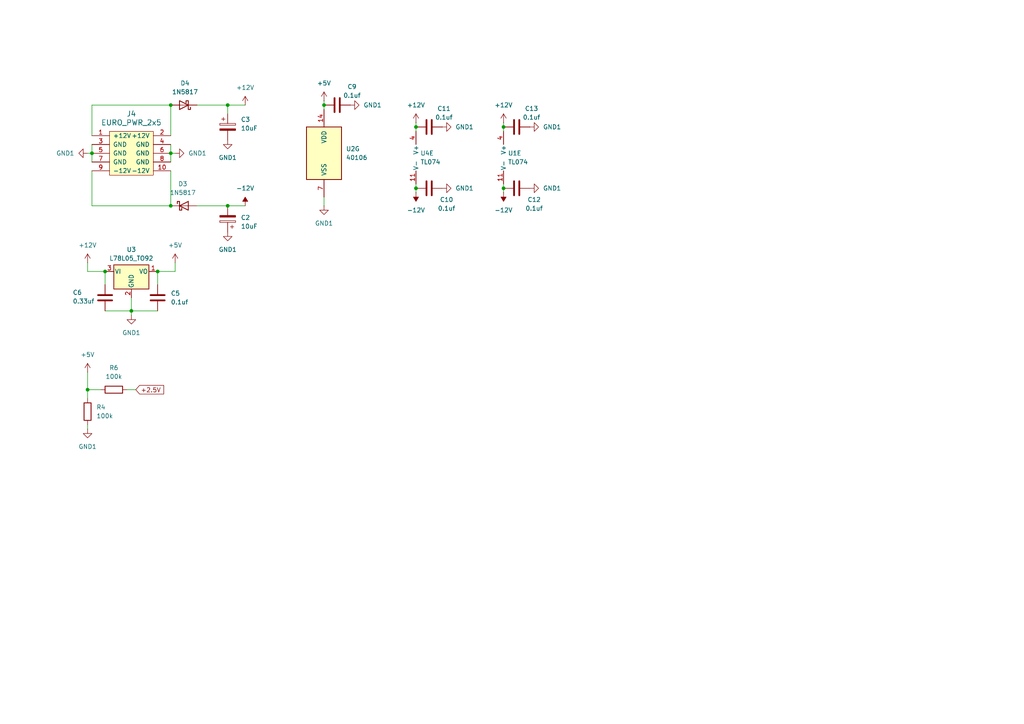
<source format=kicad_sch>
(kicad_sch (version 20231120) (generator "eeschema") (generator_version "8.0")
  (paper "A4")
  (lib_symbols
    (symbol "4xxx:40106" (pin_names (offset 1.016))
      (property "Reference" "U" (at 0 1.27 0))
      (property "Value" "40106" (at 0 -1.27 0))
      (symbol "40106_1_0"
        (polyline (pts (xy -0.635 -1.27) (xy -0.635 1.27) (xy 0.635 1.27)))
        (polyline (pts (xy -3.81 3.81) (xy -3.81 -3.81) (xy 3.81 0) (xy -3.81 3.81)) (stroke (width 0.254)) (fill (type background)))
        (polyline (pts (xy -1.27 -1.27) (xy 0.635 -1.27) (xy 0.635 1.27) (xy 1.27 1.27)))
        (pin input line (at -7.62 0 0) (length 3.81) (name "~") (number "1"))
        (pin output inverted (at 7.62 0 180) (length 3.81) (name "~") (number "2"))
      )
      (symbol "40106_2_0"
        (polyline (pts (xy -0.635 -1.27) (xy -0.635 1.27) (xy 0.635 1.27)))
        (polyline (pts (xy -3.81 3.81) (xy -3.81 -3.81) (xy 3.81 0) (xy -3.81 3.81)) (stroke (width 0.254)) (fill (type background)))
        (polyline (pts (xy -1.27 -1.27) (xy 0.635 -1.27) (xy 0.635 1.27) (xy 1.27 1.27)))
        (pin input line (at -7.62 0 0) (length 3.81) (name "~") (number "3"))
        (pin output inverted (at 7.62 0 180) (length 3.81) (name "~") (number "4"))
      )
      (symbol "40106_3_0"
        (polyline (pts (xy -0.635 -1.27) (xy -0.635 1.27) (xy 0.635 1.27)))
        (polyline (pts (xy -3.81 3.81) (xy -3.81 -3.81) (xy 3.81 0) (xy -3.81 3.81)) (stroke (width 0.254)) (fill (type background)))
        (polyline (pts (xy -1.27 -1.27) (xy 0.635 -1.27) (xy 0.635 1.27) (xy 1.27 1.27)))
        (pin input line (at -7.62 0 0) (length 3.81) (name "~") (number "5"))
        (pin output inverted (at 7.62 0 180) (length 3.81) (name "~") (number "6"))
      )
      (symbol "40106_4_0"
        (polyline (pts (xy -0.635 -1.27) (xy -0.635 1.27) (xy 0.635 1.27)))
        (polyline (pts (xy -3.81 3.81) (xy -3.81 -3.81) (xy 3.81 0) (xy -3.81 3.81)) (stroke (width 0.254)) (fill (type background)))
        (polyline (pts (xy -1.27 -1.27) (xy 0.635 -1.27) (xy 0.635 1.27) (xy 1.27 1.27)))
        (pin output inverted (at 7.62 0 180) (length 3.81) (name "~") (number "8"))
        (pin input line (at -7.62 0 0) (length 3.81) (name "~") (number "9"))
      )
      (symbol "40106_5_0"
        (polyline (pts (xy -0.635 -1.27) (xy -0.635 1.27) (xy 0.635 1.27)))
        (polyline (pts (xy -3.81 3.81) (xy -3.81 -3.81) (xy 3.81 0) (xy -3.81 3.81)) (stroke (width 0.254)) (fill (type background)))
        (polyline (pts (xy -1.27 -1.27) (xy 0.635 -1.27) (xy 0.635 1.27) (xy 1.27 1.27)))
        (pin output inverted (at 7.62 0 180) (length 3.81) (name "~") (number "10"))
        (pin input line (at -7.62 0 0) (length 3.81) (name "~") (number "11"))
      )
      (symbol "40106_6_0"
        (polyline (pts (xy -0.635 -1.27) (xy -0.635 1.27) (xy 0.635 1.27)))
        (polyline (pts (xy -3.81 3.81) (xy -3.81 -3.81) (xy 3.81 0) (xy -3.81 3.81)) (stroke (width 0.254)) (fill (type background)))
        (polyline (pts (xy -1.27 -1.27) (xy 0.635 -1.27) (xy 0.635 1.27) (xy 1.27 1.27)))
        (pin output inverted (at 7.62 0 180) (length 3.81) (name "~") (number "12"))
        (pin input line (at -7.62 0 0) (length 3.81) (name "~") (number "13"))
      )
      (symbol "40106_7_0"
        (pin power_in line (at 0 12.7 270) (length 5.08) (name "VDD") (number "14"))
        (pin power_in line (at 0 -12.7 90) (length 5.08) (name "VSS") (number "7"))
      )
      (symbol "40106_7_1"
        (rectangle (start -5.08 7.62) (end 5.08 -7.62) (stroke (width 0.254)) (fill (type background)))
      )
    )
    (symbol "Amplifier_Operational:TL074" (pin_names (offset 0.127))
      (property "Reference" "U" (at 0 5.08 0))
      (property "Value" "TL074" (at 0 -5.08 0))
      (symbol "TL074_1_1"
        (polyline (pts (xy -5.08 5.08) (xy 5.08 0) (xy -5.08 -5.08) (xy -5.08 5.08)) (stroke (width 0.254)) (fill (type background)))
        (pin output line (at 7.62 0 180) (length 2.54) (name "~") (number "1"))
        (pin input line (at -7.62 -2.54 0) (length 2.54) (name "-") (number "2"))
        (pin input line (at -7.62 2.54 0) (length 2.54) (name "+") (number "3"))
      )
      (symbol "TL074_2_1"
        (polyline (pts (xy -5.08 5.08) (xy 5.08 0) (xy -5.08 -5.08) (xy -5.08 5.08)) (stroke (width 0.254)) (fill (type background)))
        (pin input line (at -7.62 2.54 0) (length 2.54) (name "+") (number "5"))
        (pin input line (at -7.62 -2.54 0) (length 2.54) (name "-") (number "6"))
        (pin output line (at 7.62 0 180) (length 2.54) (name "~") (number "7"))
      )
      (symbol "TL074_3_1"
        (polyline (pts (xy -5.08 5.08) (xy 5.08 0) (xy -5.08 -5.08) (xy -5.08 5.08)) (stroke (width 0.254)) (fill (type background)))
        (pin input line (at -7.62 2.54 0) (length 2.54) (name "+") (number "10"))
        (pin output line (at 7.62 0 180) (length 2.54) (name "~") (number "8"))
        (pin input line (at -7.62 -2.54 0) (length 2.54) (name "-") (number "9"))
      )
      (symbol "TL074_4_1"
        (polyline (pts (xy -5.08 5.08) (xy 5.08 0) (xy -5.08 -5.08) (xy -5.08 5.08)) (stroke (width 0.254)) (fill (type background)))
        (pin input line (at -7.62 2.54 0) (length 2.54) (name "+") (number "12"))
        (pin input line (at -7.62 -2.54 0) (length 2.54) (name "-") (number "13"))
        (pin output line (at 7.62 0 180) (length 2.54) (name "~") (number "14"))
      )
      (symbol "TL074_5_1"
        (pin power_in line (at -2.54 -7.62 90) (length 3.81) (name "V-") (number "11"))
        (pin power_in line (at -2.54 7.62 270) (length 3.81) (name "V+") (number "4"))
      )
    )
    (symbol "Device:C" (pin_numbers hide) (pin_names (offset 0.254))
      (property "Reference" "C" (at 0.635 2.54 0))
      (property "Value" "C" (at 0.635 -2.54 0))
      (symbol "C_0_1"
        (polyline (pts (xy -2.032 -0.762) (xy 2.032 -0.762)) (stroke (width 0.508)))
        (polyline (pts (xy -2.032 0.762) (xy 2.032 0.762)) (stroke (width 0.508)))
      )
      (symbol "C_1_1"
        (pin passive line (at 0 3.81 270) (length 2.794) (name "~") (number "1"))
        (pin passive line (at 0 -3.81 90) (length 2.794) (name "~") (number "2"))
      )
    )
    (symbol "Device:C_Polarized" (pin_numbers hide) (pin_names (offset 0.254))
      (property "Reference" "C" (at 0.635 2.54 0))
      (property "Value" "C_Polarized" (at 0.635 -2.54 0))
      (symbol "C_Polarized_0_1"
        (rectangle (start -2.286 0.508) (end 2.286 1.016))
        (polyline (pts (xy -1.778 2.286) (xy -0.762 2.286)))
        (polyline (pts (xy -1.27 2.794) (xy -1.27 1.778)))
        (rectangle (start 2.286 -0.508) (end -2.286 -1.016) (fill (type outline)))
      )
      (symbol "C_Polarized_1_1"
        (pin passive line (at 0 3.81 270) (length 2.794) (name "~") (number "1"))
        (pin passive line (at 0 -3.81 90) (length 2.794) (name "~") (number "2"))
      )
    )
    (symbol "Device:R" (pin_numbers hide) (pin_names (offset 0))
      (property "Reference" "R" (at 2.032 0 90))
      (property "Value" "R" (at 0 0 90))
      (symbol "R_0_1"
        (rectangle (start -1.016 -2.54) (end 1.016 2.54) (stroke (width 0.254)))
      )
      (symbol "R_1_1"
        (pin passive line (at 0 3.81 270) (length 1.27) (name "~") (number "1"))
        (pin passive line (at 0 -3.81 90) (length 1.27) (name "~") (number "2"))
      )
    )
    (symbol "Diode:1N5817" (pin_numbers hide) (pin_names (offset 1.016) hide)
      (property "Reference" "D" (at 0 2.54 0))
      (property "Value" "1N5817" (at 0 -2.54 0))
      (symbol "1N5817_0_1"
        (polyline (pts (xy 1.27 0) (xy -1.27 0)))
        (polyline (pts (xy 1.27 1.27) (xy 1.27 -1.27) (xy -1.27 0) (xy 1.27 1.27)) (stroke (width 0.254)))
        (polyline (pts (xy -1.905 0.635) (xy -1.905 1.27) (xy -1.27 1.27) (xy -1.27 -1.27) (xy -0.635 -1.27) (xy -0.635 -0.635)) (stroke (width 0.254)))
      )
      (symbol "1N5817_1_1"
        (pin passive line (at -3.81 0 0) (length 2.54) (name "K") (number "1"))
        (pin passive line (at 3.81 0 180) (length 2.54) (name "A") (number "2"))
      )
    )
    (symbol "Regulator_Linear:L78L05_TO92" (pin_names (offset 0.254))
      (property "Reference" "U" (at -3.81 3.175 0))
      (property "Value" "L78L05_TO92" (at 0 3.175 0))
      (symbol "L78L05_TO92_0_1"
        (rectangle (start -5.08 -5.08) (end 5.08 1.905) (stroke (width 0.254)) (fill (type background)))
      )
      (symbol "L78L05_TO92_1_1"
        (pin power_out line (at 7.62 0 180) (length 2.54) (name "VO") (number "1"))
        (pin power_in line (at 0 -7.62 90) (length 2.54) (name "GND") (number "2"))
        (pin power_in line (at -7.62 0 0) (length 2.54) (name "VI") (number "3"))
      )
    )
    (symbol "eurocad:EURO_PWR_2x5" (pin_names (offset 1.016))
      (property "Reference" "J" (at 0 -7.62 0))
      (property "Value" "EURO_PWR_2x5" (at 0 7.62 0))
      (symbol "EURO_PWR_2x5_0_1"
        (rectangle (start -6.35 6.35) (end 6.35 -6.35) (fill (type background)))
      )
      (symbol "EURO_PWR_2x5_1_1"
        (pin power_in line (at -11.43 5.08 0) (length 5.08) (name "+12V") (number "1"))
        (pin power_in line (at 11.43 -5.08 180) (length 5.08) (name "-12V") (number "10"))
        (pin power_in line (at 11.43 5.08 180) (length 5.08) (name "+12V") (number "2"))
        (pin power_in line (at -11.43 2.54 0) (length 5.08) (name "GND") (number "3"))
        (pin power_in line (at 11.43 2.54 180) (length 5.08) (name "GND") (number "4"))
        (pin power_in line (at -11.43 0 0) (length 5.08) (name "GND") (number "5"))
        (pin power_in line (at 11.43 0 180) (length 5.08) (name "GND") (number "6"))
        (pin power_in line (at -11.43 -2.54 0) (length 5.08) (name "GND") (number "7"))
        (pin power_in line (at 11.43 -2.54 180) (length 5.08) (name "GND") (number "8"))
        (pin power_in line (at -11.43 -5.08 0) (length 5.08) (name "-12V") (number "9"))
      )
    )
    (symbol "power:+12V" (power) (pin_numbers hide) (pin_names (offset 0) hide)
      (property "Value" "+12V" (at 0 3.556 0))
      (symbol "+12V_0_1"
        (polyline (pts (xy -0.762 1.27) (xy 0 2.54)))
        (polyline (pts (xy 0 0) (xy 0 2.54)))
        (polyline (pts (xy 0 2.54) (xy 0.762 1.27)))
      )
      (symbol "+12V_1_1"
        (pin power_in line (at 0 0 90) (length 0) (name "~") (number "1"))
      )
    )
    (symbol "power:+5V" (power) (pin_numbers hide) (pin_names (offset 0) hide)
      (property "Value" "+5V" (at 0 3.556 0))
      (symbol "+5V_0_1"
        (polyline (pts (xy -0.762 1.27) (xy 0 2.54)))
        (polyline (pts (xy 0 0) (xy 0 2.54)))
        (polyline (pts (xy 0 2.54) (xy 0.762 1.27)))
      )
      (symbol "+5V_1_1"
        (pin power_in line (at 0 0 90) (length 0) (name "~") (number "1"))
      )
    )
    (symbol "power:-12V" (power) (pin_numbers hide) (pin_names (offset 0) hide)
      (property "Value" "-12V" (at 0 3.556 0))
      (symbol "-12V_0_0"
        (pin power_in line (at 0 0 90) (length 0) (name "~") (number "1"))
      )
      (symbol "-12V_0_1"
        (polyline (pts (xy 0 0) (xy 0 1.27) (xy 0.762 1.27) (xy 0 2.54) (xy -0.762 1.27) (xy 0 1.27)) (fill (type outline)))
      )
    )
    (symbol "power:GND1" (power) (pin_numbers hide) (pin_names (offset 0) hide)
      (property "Value" "GND1" (at 0 -3.81 0))
      (symbol "GND1_0_1"
        (polyline (pts (xy 0 0) (xy 0 -1.27) (xy 1.27 -1.27) (xy 0 -2.54) (xy -1.27 -1.27) (xy 0 -1.27)))
      )
      (symbol "GND1_1_1"
        (pin power_in line (at 0 0 270) (length 0) (name "~") (number "1"))
      )
    )
  )
  (junction (at 93.98 30.48))
  (junction (at 49.53 59.69))
  (junction (at 146.05 36.83))
  (junction (at 146.05 54.61))
  (junction (at 120.65 36.83))
  (junction (at 30.48 78.74))
  (junction (at 26.67 44.45))
  (junction (at 45.72 78.74))
  (junction (at 66.04 30.48))
  (junction (at 120.65 54.61))
  (junction (at 49.53 44.45))
  (junction (at 66.04 59.69))
  (junction (at 38.1 90.17))
  (junction (at 25.4 113.03))
  (junction (at 49.53 30.48))
  (wire (pts (xy 36.83 113.03) (xy 39.37 113.03)))
  (wire (pts (xy 25.4 124.46) (xy 25.4 123.19)))
  (wire (pts (xy 120.65 55.88) (xy 120.65 54.61)))
  (wire (pts (xy 49.53 41.91) (xy 49.53 44.45)))
  (wire (pts (xy 38.1 91.44) (xy 38.1 90.17)))
  (wire (pts (xy 26.67 44.45) (xy 26.67 46.99)))
  (wire (pts (xy 26.67 49.53) (xy 26.67 59.69)))
  (wire (pts (xy 26.67 44.45) (xy 25.4 44.45)))
  (wire (pts (xy 146.05 55.88) (xy 146.05 54.61)))
  (wire (pts (xy 49.53 39.37) (xy 49.53 30.48)))
  (wire (pts (xy 120.65 35.56) (xy 120.65 36.83)))
  (wire (pts (xy 38.1 90.17) (xy 38.1 86.36)))
  (wire (pts (xy 30.48 90.17) (xy 38.1 90.17)))
  (wire (pts (xy 57.15 59.69) (xy 66.04 59.69)))
  (wire (pts (xy 146.05 36.83) (xy 146.05 38.1)))
  (wire (pts (xy 146.05 54.61) (xy 146.05 53.34)))
  (wire (pts (xy 26.67 41.91) (xy 26.67 44.45)))
  (wire (pts (xy 50.8 78.74) (xy 45.72 78.74)))
  (wire (pts (xy 66.04 30.48) (xy 66.04 33.02)))
  (wire (pts (xy 38.1 90.17) (xy 45.72 90.17)))
  (wire (pts (xy 26.67 30.48) (xy 49.53 30.48)))
  (wire (pts (xy 50.8 78.74) (xy 50.8 76.2)))
  (wire (pts (xy 50.8 44.45) (xy 49.53 44.45)))
  (wire (pts (xy 30.48 78.74) (xy 30.48 82.55)))
  (wire (pts (xy 120.65 54.61) (xy 120.65 53.34)))
  (wire (pts (xy 26.67 59.69) (xy 49.53 59.69)))
  (wire (pts (xy 93.98 29.21) (xy 93.98 30.48)))
  (wire (pts (xy 93.98 57.15) (xy 93.98 59.69)))
  (wire (pts (xy 45.72 78.74) (xy 45.72 82.55)))
  (wire (pts (xy 66.04 59.69) (xy 71.12 59.69)))
  (wire (pts (xy 66.04 30.48) (xy 71.12 30.48)))
  (wire (pts (xy 25.4 78.74) (xy 30.48 78.74)))
  (wire (pts (xy 25.4 115.57) (xy 25.4 113.03)))
  (wire (pts (xy 57.15 30.48) (xy 66.04 30.48)))
  (wire (pts (xy 25.4 113.03) (xy 29.21 113.03)))
  (wire (pts (xy 25.4 107.95) (xy 25.4 113.03)))
  (wire (pts (xy 25.4 76.2) (xy 25.4 78.74)))
  (wire (pts (xy 49.53 49.53) (xy 49.53 59.69)))
  (wire (pts (xy 120.65 36.83) (xy 120.65 38.1)))
  (wire (pts (xy 26.67 39.37) (xy 26.67 30.48)))
  (wire (pts (xy 49.53 44.45) (xy 49.53 46.99)))
  (wire (pts (xy 146.05 35.56) (xy 146.05 36.83)))
  (wire (pts (xy 93.98 30.48) (xy 93.98 31.75)))
  (global_label "+2.5V" (shape input) (at 39.37 113.03 0) (property "Intersheetrefs" "${INTERSHEET_REFS}" (effects (hide yes))))
  (symbol (lib_id "power:GND1") (at 66.04 67.31 0) (unit 1)
    (property "Reference" "#PWR026" (effects (hide yes)))
    (property "Value" "GND1" (at 66.04 72.39 0))
    (property "Description" "Power symbol creates a global label with name \"GND1\" , ground" (effects (hide yes)))
  )
  (symbol (lib_id "power:GND1") (at 101.6 30.48 90) (unit 1)
    (property "Reference" "#PWR029" (effects (hide yes)))
    (property "Value" "GND1" (at 105.41 30.4799 90) (effects (justify right)))
    (property "Description" "Power symbol creates a global label with name \"GND1\" , ground" (effects (hide yes)))
  )
  (symbol (lib_id "Diode:1N5817") (at 53.34 59.69 0) (unit 1)
    (property "Reference" "D3" (at 53.0225 53.34 0))
    (property "Value" "1N5817" (at 53.0225 55.88 0))
    (property "Footprint" "Diode_SMD:D_0603_1608Metric" (effects (hide yes)))
    (property "Datasheet" "http://www.vishay.com/docs/88525/1n5817.pdf" (effects (hide yes)))
    (property "Description" "20V 1A Schottky Barrier Rectifier Diode, DO-41" (effects (hide yes)))
  )
  (symbol (lib_id "power:-12V") (at 146.05 55.88 180) (unit 1)
    (property "Reference" "#PWR036" (effects (hide yes)))
    (property "Value" "-12V" (at 146.05 60.96 0))
    (property "Description" "Power symbol creates a global label with name \"-12V\"" (effects (hide yes)))
  )
  (symbol (lib_id "power:+5V") (at 50.8 76.2 0) (unit 1)
    (property "Reference" "#PWR038" (effects (hide yes)))
    (property "Value" "+5V" (at 50.8 71.12 0))
    (property "Description" "Power symbol creates a global label with name \"+5V\"" (effects (hide yes)))
  )
  (symbol (lib_id "Diode:1N5817") (at 53.34 30.48 180) (unit 1)
    (property "Reference" "D4" (at 53.6575 24.13 0))
    (property "Value" "1N5817" (at 53.6575 26.67 0))
    (property "Footprint" "Diode_SMD:D_0603_1608Metric" (effects (hide yes)))
    (property "Datasheet" "http://www.vishay.com/docs/88525/1n5817.pdf" (effects (hide yes)))
    (property "Description" "20V 1A Schottky Barrier Rectifier Diode, DO-41" (effects (hide yes)))
  )
  (symbol (lib_id "power:-12V") (at 120.65 55.88 180) (unit 1)
    (property "Reference" "#PWR035" (effects (hide yes)))
    (property "Value" "-12V" (at 120.65 60.96 0))
    (property "Description" "Power symbol creates a global label with name \"-12V\"" (effects (hide yes)))
  )
  (symbol (lib_id "power:GND1") (at 93.98 59.69 0) (unit 1)
    (property "Reference" "#PWR05" (effects (hide yes)))
    (property "Value" "GND1" (at 93.98 64.77 0))
    (property "Description" "Power symbol creates a global label with name \"GND1\" , ground" (effects (hide yes)))
  )
  (symbol (lib_id "power:+12V") (at 25.4 76.2 0) (unit 1)
    (property "Reference" "#PWR033" (effects (hide yes)))
    (property "Value" "+12V" (at 25.4 71.12 0))
    (property "Description" "Power symbol creates a global label with name \"+12V\"" (effects (hide yes)))
  )
  (symbol (lib_id "power:GND1") (at 153.67 36.83 90) (unit 1)
    (property "Reference" "#PWR051" (effects (hide yes)))
    (property "Value" "GND1" (at 157.48 36.8299 90) (effects (justify right)))
    (property "Description" "Power symbol creates a global label with name \"GND1\" , ground" (effects (hide yes)))
  )
  (symbol (lib_id "Device:C") (at 124.46 54.61 90) (unit 1)
    (property "Reference" "C10" (at 129.54 57.912 90))
    (property "Value" "0.1uf" (at 129.54 60.452 90))
    (property "Footprint" "Capacitor_SMD:C_0603_1608Metric" (effects (hide yes)))
    (property "Description" "Unpolarized capacitor" (effects (hide yes)))
  )
  (symbol (lib_id "power:GND1") (at 38.1 91.44 0) (unit 1)
    (property "Reference" "#PWR04" (effects (hide yes)))
    (property "Value" "GND1" (at 38.1 96.52 0))
    (property "Description" "Power symbol creates a global label with name \"GND1\" , ground" (effects (hide yes)))
  )
  (symbol (lib_id "power:+5V") (at 25.4 107.95 0) (unit 1)
    (property "Reference" "#PWR037" (effects (hide yes)))
    (property "Value" "+5V" (at 25.4 102.87 0))
    (property "Description" "Power symbol creates a global label with name \"+5V\"" (effects (hide yes)))
  )
  (symbol (lib_id "power:+12V") (at 146.05 35.56 0) (unit 1)
    (property "Reference" "#PWR032" (effects (hide yes)))
    (property "Value" "+12V" (at 146.05 30.48 0))
    (property "Description" "Power symbol creates a global label with name \"+12V\"" (effects (hide yes)))
  )
  (symbol (lib_id "power:GND1") (at 153.67 54.61 90) (unit 1)
    (property "Reference" "#PWR050" (effects (hide yes)))
    (property "Value" "GND1" (at 157.48 54.6099 90) (effects (justify right)))
    (property "Description" "Power symbol creates a global label with name \"GND1\" , ground" (effects (hide yes)))
  )
  (symbol (lib_id "power:GND1") (at 25.4 124.46 0) (unit 1)
    (property "Reference" "#PWR07" (effects (hide yes)))
    (property "Value" "GND1" (at 25.4 129.54 0))
    (property "Description" "Power symbol creates a global label with name \"GND1\" , ground" (effects (hide yes)))
  )
  (symbol (lib_id "eurocad:EURO_PWR_2x5") (at 38.1 44.45 0) (unit 1)
    (property "Reference" "J4" (at 38.1 33.02 0) (effects (font (size 1.524 1.524))))
    (property "Value" "EURO_PWR_2x5" (at 38.1 35.56 0) (effects (font (size 1.524 1.524))))
    (property "Footprint" "KitsBlips:Pins_2x05_2.54mm_TH_Europower_shrouded" (effects (hide yes)))
  )
  (symbol (lib_id "Regulator_Linear:L78L05_TO92") (at 38.1 78.74 0) (unit 1)
    (property "Reference" "U3" (at 38.1 72.39 0))
    (property "Value" "L78L05_TO92" (at 38.1 74.93 0))
    (property "Footprint" "Package_TO_SOT_SMD:SOT-89-3_Handsoldering" (effects (hide yes)))
    (property "Datasheet" "http://www.st.com/content/ccc/resource/technical/document/datasheet/15/55/e5/aa/23/5b/43/fd/CD00000446.pdf/files/CD00000446.pdf/jcr:content/translations/en.CD00000446.pdf" (effects (hide yes)))
    (property "Description" "Positive 100mA 30V Linear Regulator, Fixed Output 5V, TO-92" (effects (hide yes)))
  )
  (symbol (lib_id "Device:C_Polarized") (at 66.04 63.5 180) (unit 1)
    (property "Reference" "C2" (at 69.85 63.1189 0) (effects (justify right)))
    (property "Value" "10uF" (at 69.85 65.6589 0) (effects (justify right)))
    (property "Footprint" "Capacitor_SMD:C_0603_1608Metric" (effects (hide yes)))
    (property "Description" "Polarized capacitor" (effects (hide yes)))
  )
  (symbol (lib_id "Amplifier_Operational:TL074") (at 123.19 45.72 0) (unit 5)
    (property "Reference" "U4" (at 121.92 44.4499 0) (effects (justify left)))
    (property "Value" "TL074" (at 121.92 46.9899 0) (effects (justify left)))
    (property "Footprint" "Package_SO:SSOP-14_5.3x6.2mm_P0.65mm" (effects (hide yes)))
    (property "Datasheet" "http://www.ti.com/lit/ds/symlink/tl071.pdf" (effects (hide yes)))
    (property "Description" "Quad Low-Noise JFET-Input Operational Amplifiers, DIP-14/SOIC-14" (effects (hide yes)))
  )
  (symbol (lib_id "Device:C") (at 45.72 86.36 0) (unit 1)
    (property "Reference" "C5" (at 49.53 85.0899 0) (effects (justify left)))
    (property "Value" "0.1uf" (at 49.53 87.6299 0) (effects (justify left)))
    (property "Footprint" "Capacitor_SMD:C_0603_1608Metric" (effects (hide yes)))
    (property "Description" "Unpolarized capacitor" (effects (hide yes)))
  )
  (symbol (lib_id "Device:C") (at 149.86 36.83 90) (unit 1)
    (property "Reference" "C13" (at 154.178 31.496 90))
    (property "Value" "0.1uf" (at 154.178 34.036 90))
    (property "Footprint" "Capacitor_SMD:C_0603_1608Metric" (effects (hide yes)))
    (property "Description" "Unpolarized capacitor" (effects (hide yes)))
  )
  (symbol (lib_id "power:+5V") (at 93.98 29.21 0) (unit 1)
    (property "Reference" "#PWR039" (effects (hide yes)))
    (property "Value" "+5V" (at 93.98 24.13 0))
    (property "Description" "Power symbol creates a global label with name \"+5V\"" (effects (hide yes)))
  )
  (symbol (lib_id "power:-12V") (at 71.12 59.69 0) (unit 1)
    (property "Reference" "#PWR034" (effects (hide yes)))
    (property "Value" "-12V" (at 71.12 54.61 0))
    (property "Description" "Power symbol creates a global label with name \"-12V\"" (effects (hide yes)))
  )
  (symbol (lib_id "power:GND1") (at 25.4 44.45 270) (unit 1)
    (property "Reference" "#PWR01" (effects (hide yes)))
    (property "Value" "GND1" (at 21.59 44.4499 90) (effects (justify right)))
    (property "Description" "Power symbol creates a global label with name \"GND1\" , ground" (effects (hide yes)))
  )
  (symbol (lib_id "Device:C") (at 124.46 36.83 90) (unit 1)
    (property "Reference" "C11" (at 128.778 31.496 90))
    (property "Value" "0.1uf" (at 128.778 34.036 90))
    (property "Footprint" "Capacitor_SMD:C_0603_1608Metric" (effects (hide yes)))
    (property "Description" "Unpolarized capacitor" (effects (hide yes)))
  )
  (symbol (lib_id "Device:R") (at 33.02 113.03 90) (unit 1)
    (property "Reference" "R6" (at 33.02 106.68 90))
    (property "Value" "100k" (at 33.02 109.22 90))
    (property "Footprint" "Resistor_SMD:R_0603_1608Metric" (effects (hide yes)))
    (property "Description" "Resistor" (effects (hide yes)))
  )
  (symbol (lib_id "power:GND1") (at 50.8 44.45 90) (unit 1)
    (property "Reference" "#PWR02" (effects (hide yes)))
    (property "Value" "GND1" (at 54.61 44.4499 90) (effects (justify right)))
    (property "Description" "Power symbol creates a global label with name \"GND1\" , ground" (effects (hide yes)))
  )
  (symbol (lib_id "Amplifier_Operational:TL074") (at 148.59 45.72 0) (unit 5)
    (property "Reference" "U1" (at 147.32 44.4499 0) (effects (justify left)))
    (property "Value" "TL074" (at 147.32 46.9899 0) (effects (justify left)))
    (property "Footprint" "Package_SO:SSOP-14_5.3x6.2mm_P0.65mm" (effects (hide yes)))
    (property "Datasheet" "http://www.ti.com/lit/ds/symlink/tl071.pdf" (effects (hide yes)))
    (property "Description" "Quad Low-Noise JFET-Input Operational Amplifiers, DIP-14/SOIC-14" (effects (hide yes)))
  )
  (symbol (lib_id "4xxx:40106") (at 93.98 44.45 0) (unit 7)
    (property "Reference" "U2" (at 100.33 43.1799 0) (effects (justify left)))
    (property "Value" "40106" (at 100.33 45.7199 0) (effects (justify left)))
    (property "Footprint" "Package_SO:TSSOP-14_4.4x5mm_P0.65mm" (effects (hide yes)))
    (property "Datasheet" "https://assets.nexperia.com/documents/data-sheet/HEF40106B.pdf" (effects (hide yes)))
    (property "Description" "Hex Schmitt trigger inverter" (effects (hide yes)))
  )
  (symbol (lib_id "Device:C") (at 97.79 30.48 90) (unit 1)
    (property "Reference" "C9" (at 102.108 25.146 90))
    (property "Value" "0.1uf" (at 102.108 27.686 90))
    (property "Footprint" "Capacitor_SMD:C_0603_1608Metric" (effects (hide yes)))
    (property "Description" "Unpolarized capacitor" (effects (hide yes)))
  )
  (symbol (lib_id "Device:R") (at 25.4 119.38 0) (unit 1)
    (property "Reference" "R4" (at 27.94 118.1099 0) (effects (justify left)))
    (property "Value" "100k" (at 27.94 120.6499 0) (effects (justify left)))
    (property "Footprint" "Resistor_SMD:R_0603_1608Metric" (effects (hide yes)))
    (property "Description" "Resistor" (effects (hide yes)))
  )
  (symbol (lib_id "power:GND1") (at 128.27 54.61 90) (unit 1)
    (property "Reference" "#PWR048" (effects (hide yes)))
    (property "Value" "GND1" (at 132.08 54.6099 90) (effects (justify right)))
    (property "Description" "Power symbol creates a global label with name \"GND1\" , ground" (effects (hide yes)))
  )
  (symbol (lib_id "power:+12V") (at 120.65 35.56 0) (unit 1)
    (property "Reference" "#PWR031" (effects (hide yes)))
    (property "Value" "+12V" (at 120.65 30.48 0))
    (property "Description" "Power symbol creates a global label with name \"+12V\"" (effects (hide yes)))
  )
  (symbol (lib_id "Device:C") (at 30.48 86.36 0) (unit 1)
    (property "Reference" "C6" (at 21.082 84.836 0) (effects (justify left)))
    (property "Value" "0.33uf" (at 21.082 87.376 0) (effects (justify left)))
    (property "Footprint" "Capacitor_SMD:C_0603_1608Metric" (effects (hide yes)))
    (property "Description" "Unpolarized capacitor" (effects (hide yes)))
  )
  (symbol (lib_id "Device:C") (at 149.86 54.61 90) (unit 1)
    (property "Reference" "C12" (at 154.94 57.912 90))
    (property "Value" "0.1uf" (at 154.94 60.452 90))
    (property "Footprint" "Capacitor_SMD:C_0603_1608Metric" (effects (hide yes)))
    (property "Description" "Unpolarized capacitor" (effects (hide yes)))
  )
  (symbol (lib_id "Device:C_Polarized") (at 66.04 36.83 0) (unit 1)
    (property "Reference" "C3" (at 69.85 34.6709 0) (effects (justify left)))
    (property "Value" "10uF" (at 69.85 37.2109 0) (effects (justify left)))
    (property "Footprint" "Capacitor_SMD:C_0603_1608Metric" (effects (hide yes)))
    (property "Description" "Polarized capacitor" (effects (hide yes)))
  )
  (symbol (lib_id "power:+12V") (at 71.12 30.48 0) (unit 1)
    (property "Reference" "#PWR030" (effects (hide yes)))
    (property "Value" "+12V" (at 71.12 25.4 0))
    (property "Description" "Power symbol creates a global label with name \"+12V\"" (effects (hide yes)))
  )
  (symbol (lib_id "power:GND1") (at 66.04 40.64 0) (unit 1)
    (property "Reference" "#PWR027" (effects (hide yes)))
    (property "Value" "GND1" (at 66.04 45.72 0))
    (property "Description" "Power symbol creates a global label with name \"GND1\" , ground" (effects (hide yes)))
  )
  (symbol (lib_id "power:GND1") (at 128.27 36.83 90) (unit 1)
    (property "Reference" "#PWR049" (effects (hide yes)))
    (property "Value" "GND1" (at 132.08 36.8299 90) (effects (justify right)))
    (property "Description" "Power symbol creates a global label with name \"GND1\" , ground" (effects (hide yes)))
  )
)
</source>
